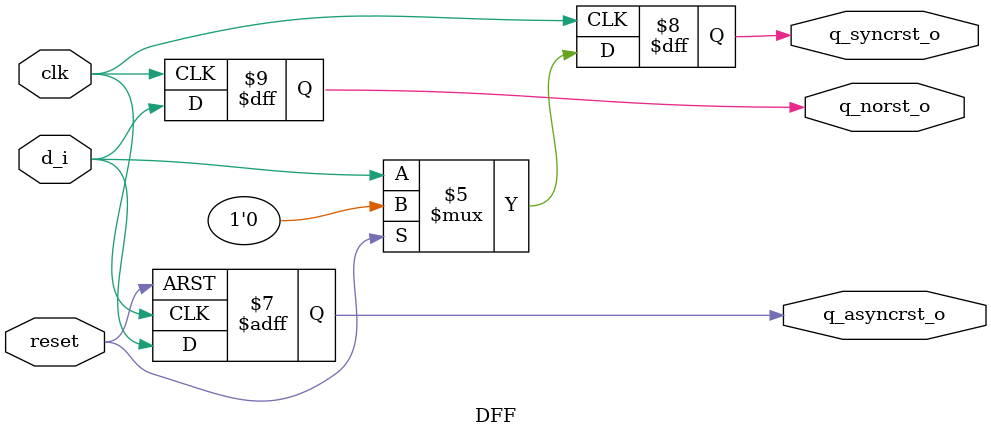
<source format=sv>



module DFF (
  input     logic      clk,
  input     logic      reset,

  input     logic      d_i,

  output    logic      q_norst_o,
  output    logic      q_syncrst_o,
  output    logic      q_asyncrst_o
);

  // No reset
  always_ff @(posedge clk)
    q_norst_o <= d_i;

  // Sync reset
  always_ff @(posedge clk)
    if (reset)
      q_syncrst_o <= 1'b0;
    else
      q_syncrst_o <= d_i;

  // Async reset
  always_ff @(posedge clk or posedge reset)
    if (reset)
      q_asyncrst_o <= 1'b0;
    else
      q_asyncrst_o <= d_i;

endmodule

</source>
